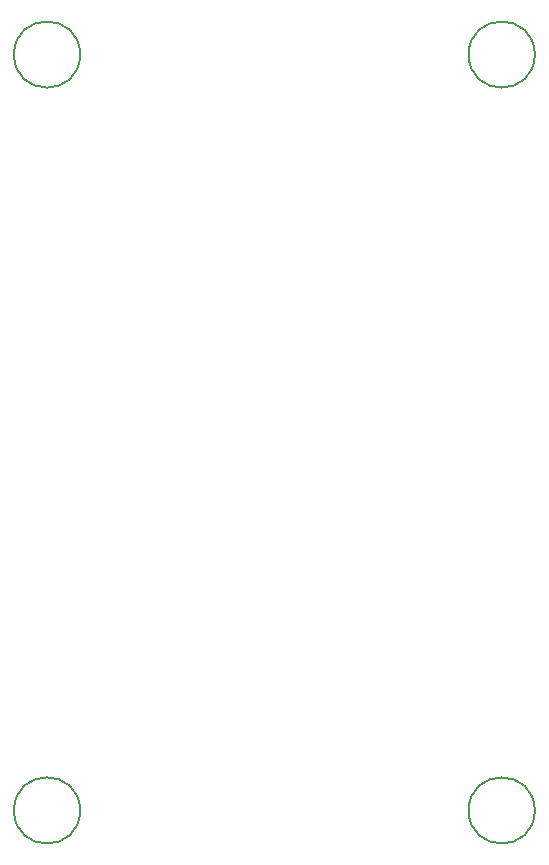
<source format=gbr>
%TF.GenerationSoftware,KiCad,Pcbnew,5.1.10-88a1d61d58~90~ubuntu20.04.1*%
%TF.CreationDate,2022-01-16T21:22:27+00:00*%
%TF.ProjectId,ir_sensor,69725f73-656e-4736-9f72-2e6b69636164,rev?*%
%TF.SameCoordinates,Original*%
%TF.FileFunction,Other,Comment*%
%FSLAX46Y46*%
G04 Gerber Fmt 4.6, Leading zero omitted, Abs format (unit mm)*
G04 Created by KiCad (PCBNEW 5.1.10-88a1d61d58~90~ubuntu20.04.1) date 2022-01-16 21:22:27*
%MOMM*%
%LPD*%
G01*
G04 APERTURE LIST*
%ADD10C,0.150000*%
G04 APERTURE END LIST*
D10*
%TO.C,REF\u002A\u002A*%
X126800000Y-29000000D02*
G75*
G03*
X126800000Y-29000000I-2800000J0D01*
G01*
X88300000Y-93000000D02*
G75*
G03*
X88300000Y-93000000I-2800000J0D01*
G01*
X126800000Y-93000000D02*
G75*
G03*
X126800000Y-93000000I-2800000J0D01*
G01*
X88300000Y-29000000D02*
G75*
G03*
X88300000Y-29000000I-2800000J0D01*
G01*
%TD*%
M02*

</source>
